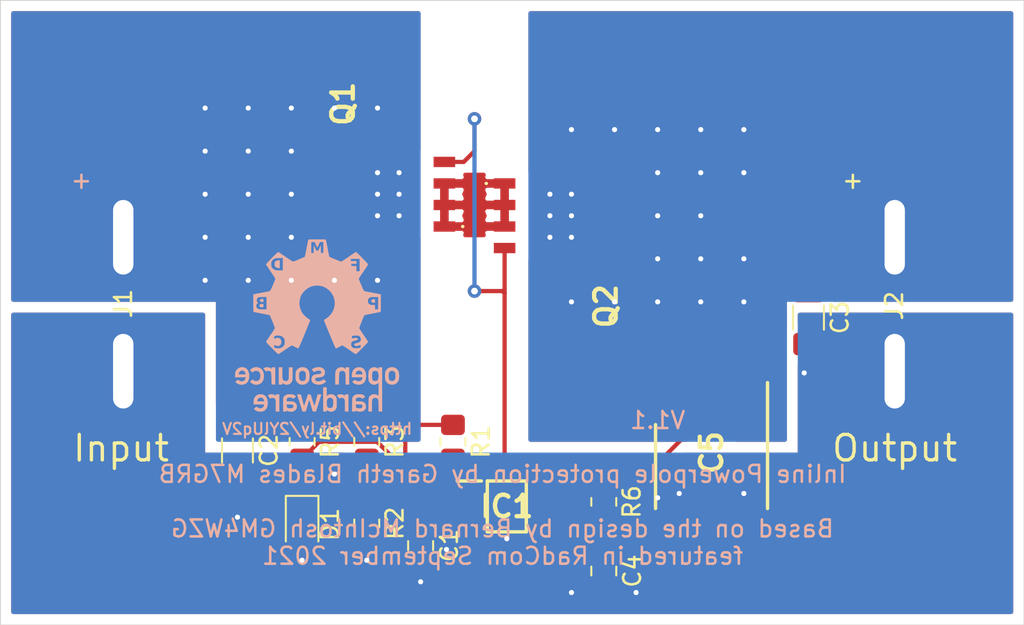
<source format=kicad_pcb>
(kicad_pcb (version 20211014) (generator pcbnew)
  (layers (0 "F.Cu" signal) (31 "B.Cu" signal) (34 "B.Paste" user) (35 "F.Paste" user) (36 "B.SilkS" user "B.Silkscreen") (37 "F.SilkS" user "F.Silkscreen") (38 "B.Mask" user) (39 "F.Mask" user) (44 "Edge.Cuts" user))
  (net 0 "")
  (net 1 "GND")
  (net 2 "Net-(C1-Pad1)")
  (net 3 "Net-(C2-Pad1)")
  (net 4 "Net-(C3-Pad1)")
  (net 5 "Net-(C4-Pad1)")
  (net 6 "Net-(IC1-Pad10)")
  (net 7 "Net-(IC1-Pad7)")
  (net 8 "Net-(IC1-Pad6)")
  (net 9 "Net-(IC1-Pad3)")
  (net 10 "Net-(Q1-Pad1)")
  (net 11 "Net-(D1-Pad1)")
  (footprint "Capacitor_SMD:C_0805_2012Metric_Pad1.18x1.45mm_HandSolder" (layer "F.Cu") (at 134.62 73.4275 -90)
    (fp_text reference "C1" (at 0 -1.68 90) (layer "F.SilkS"))
    (fp_text value "220nF")
    (pad "1" smd roundrect locked (at -1.0375 0 270) (size 1.175 1.45) (layers "F.Cu" "F.Paste" "F.Mask") (roundrect_rratio 0.2127659574) (net 2 "Net-(C1-Pad1)"))
    (pad "2" smd roundrect locked (at 1.0375 0 270) (size 1.175 1.45) (layers "F.Cu" "F.Paste" "F.Mask") (roundrect_rratio 0.2127659574) (net 1 "GND"))
  )
  (footprint "Capacitor_SMD:C_1206_3216Metric_Pad1.33x1.80mm_HandSolder" (layer "F.Cu") (at 123.825 67.818 -90)
    (fp_text reference "C2" (at 0 -1.85 90) (layer "F.SilkS"))
    (fp_text value "100nF")
    (pad "1" smd roundrect locked (at -1.5625 0 270) (size 1.325 1.8) (layers "F.Cu" "F.Paste" "F.Mask") (roundrect_rratio 0.1886784906) (net 3 "Net-(C2-Pad1)"))
    (pad "2" smd roundrect locked (at 1.5625 0 270) (size 1.325 1.8) (layers "F.Cu" "F.Paste" "F.Mask") (roundrect_rratio 0.1886784906) (net 1 "GND"))
  )
  (footprint "Capacitor_SMD:C_1206_3216Metric_Pad1.33x1.80mm_HandSolder" (layer "F.Cu") (at 157.48 59.9825 -90)
    (fp_text reference "C3" (at 0 -1.85 90) (layer "F.SilkS"))
    (fp_text value "100nF")
    (pad "1" smd roundrect locked (at -1.5625 0 270) (size 1.325 1.8) (layers "F.Cu" "F.Paste" "F.Mask") (roundrect_rratio 0.1886784906) (net 4 "Net-(C3-Pad1)"))
    (pad "2" smd roundrect locked (at 1.5625 0 270) (size 1.325 1.8) (layers "F.Cu" "F.Paste" "F.Mask") (roundrect_rratio 0.1886784906) (net 1 "GND"))
  )
  (footprint "Capacitor_SMD:C_0805_2012Metric_Pad1.18x1.45mm_HandSolder" (layer "F.Cu") (at 145.415 74.93 -90)
    (fp_text reference "C4" (at 0 -1.68 90) (layer "F.SilkS"))
    (fp_text value "1nF")
    (pad "1" smd roundrect locked (at -1.0375 0 270) (size 1.175 1.45) (layers "F.Cu" "F.Paste" "F.Mask") (roundrect_rratio 0.2127659574) (net 5 "Net-(C4-Pad1)"))
    (pad "2" smd roundrect locked (at 1.0375 0 270) (size 1.175 1.45) (layers "F.Cu" "F.Paste" "F.Mask") (roundrect_rratio 0.2127659574) (net 1 "GND"))
  )
  (footprint "SamacSys_Parts:CAPAE660X770N" (layer "F.Cu") (at 151.765 67.945 -90)
    (fp_text reference "C5" (at 0 0 90) (layer "F.SilkS") (effects (font (size 1.27 1.27) (thickness 0.254))))
    (fp_text value "100uF" hide)
    (pad "1" smd rect locked (at -2.55 0) (size 1.8 3.15) (layers "F.Cu" "F.Paste" "F.Mask") (net 4 "Net-(C3-Pad1)"))
    (pad "2" smd rect locked (at 2.55 0) (size 1.8 3.15) (layers "F.Cu" "F.Paste" "F.Mask") (net 1 "GND"))
  )
  (footprint "SamacSys_Parts:SOP50P490X110-10N" (layer "F.Cu") (at 139.7 71.12)
    (fp_text reference "IC1" (at 0 0) (layer "F.SilkS") (effects (font (size 1.27 1.27) (thickness 0.254))))
    (fp_text value "LTC4368IMS-2#PBF" hide)
    (pad "1" smd rect locked (at -2.212 -1 90) (size 0.3 1.425) (layers "F.Cu" "F.Paste" "F.Mask") (net 3 "Net-(C2-Pad1)"))
    (pad "2" smd rect locked (at -2.212 -0.5 90) (size 0.3 1.425) (layers "F.Cu" "F.Paste" "F.Mask") (net 11 "Net-(D1-Pad1)"))
    (pad "3" smd rect locked (at -2.212 0 90) (size 0.3 1.425) (layers "F.Cu" "F.Paste" "F.Mask") (net 9 "Net-(IC1-Pad3)"))
    (pad "4" smd rect locked (at -2.212 0.5 90) (size 0.3 1.425) (layers "F.Cu" "F.Paste" "F.Mask") (net 2 "Net-(C1-Pad1)"))
    (pad "5" smd rect locked (at -2.212 1 90) (size 0.3 1.425) (layers "F.Cu" "F.Paste" "F.Mask") (net 1 "GND"))
    (pad "6" smd rect locked (at 2.212 1 90) (size 0.3 1.425) (layers "F.Cu" "F.Paste" "F.Mask") (net 8 "Net-(IC1-Pad6)"))
    (pad "7" smd rect locked (at 2.212 0.5 90) (size 0.3 1.425) (layers "F.Cu" "F.Paste" "F.Mask") (net 7 "Net-(IC1-Pad7)"))
    (pad "8" smd rect locked (at 2.212 0 90) (size 0.3 1.425) (layers "F.Cu" "F.Paste" "F.Mask") (net 4 "Net-(C3-Pad1)"))
    (pad "9" smd rect locked (at 2.212 -0.5 90) (size 0.3 1.425) (layers "F.Cu" "F.Paste" "F.Mask") (net 4 "Net-(C3-Pad1)"))
    (pad "10" smd rect locked (at 2.212 -1 90) (size 0.3 1.425) (layers "F.Cu" "F.Paste" "F.Mask") (net 6 "Net-(IC1-Pad10)"))
  )
  (footprint "SamacSys_Parts:Anderson_powerpole_2w_90" (layer "F.Cu") (at 117.094 55.245 -90)
    (fp_text reference "J1" (at 3.9116 0 90) (layer "F.SilkS"))
    (fp_text value "Anderson_Powerpole_2w")
    (fp_text user "+" (at -3.302 2.54 90) (layer "B.SilkS") (effects (justify mirror)))
    (pad "1" thru_hole oval locked (at 0 0 270) (size 5.5 6) (drill oval 4.4 1.2) (layers *.Cu *.Mask) (net 3 "Net-(C2-Pad1)"))
    (pad "2" thru_hole oval locked (at 7.9 0 270) (size 5.5 6) (drill oval 4.4 1.2) (layers *.Cu *.Mask) (net 1 "GND"))
  )
  (footprint "SamacSys_Parts:Anderson_powerpole_2w_90" (layer "F.Cu") (at 162.56 55.245 -90)
    (fp_text reference "J2" (at 4.0386 0.0254 90) (layer "F.SilkS"))
    (fp_text value "Anderson_Powerpole_2w")
    (fp_text user "+" (at -3.302 2.54 90) (layer "F.SilkS"))
    (pad "1" thru_hole oval locked (at 0 0 270) (size 5.5 6) (drill oval 4.4 1.2) (layers *.Cu *.Mask) (net 4 "Net-(C3-Pad1)"))
    (pad "2" thru_hole oval locked (at 7.9 0 270) (size 5.5 6) (drill oval 4.4 1.2) (layers *.Cu *.Mask) (net 1 "GND"))
  )
  (footprint "SamacSys_Parts:PowerDI5060-8" (layer "F.Cu") (at 133.35 52.705 90)
    (fp_text reference "Q1" (at 5.334 -3.302 90) (layer "F.SilkS") (effects (font (size 1.27 1.27) (thickness 0.254))))
    (fp_text value "DMT6002LPS-13" hide)
    (pad "1" smd rect locked (at -1.905 2.67 90) (size 0.61 1.27) (layers "F.Cu" "F.Paste" "F.Mask") (net 10 "Net-(Q1-Pad1)"))
    (pad "1" smd rect locked (at -0.635 2.67 90) (size 0.61 1.27) (layers "F.Cu" "F.Paste" "F.Mask") (net 10 "Net-(Q1-Pad1)"))
    (pad "1" smd rect locked (at 0.635 2.67 90) (size 0.61 1.27) (layers "F.Cu" "F.Paste" "F.Mask") (net 10 "Net-(Q1-Pad1)"))
    (pad "2" smd rect locked (at 1.905 2.67 90) (size 0.61 1.27) (layers "F.Cu" "F.Paste" "F.Mask") (net 6 "Net-(IC1-Pad10)"))
    (pad "3" smd rect locked (at 0.635 -2.95 90) (size 0.61 0.71) (layers "F.Cu" "F.Paste" "F.Mask") (net 3 "Net-(C2-Pad1)"))
    (pad "3" smd rect locked (at 1.905 -2.95 90) (size 0.61 0.71) (layers "F.Cu" "F.Paste" "F.Mask") (net 3 "Net-(C2-Pad1)"))
    (pad "3" smd rect locked (at 0 -0.69 180) (size 3.81 3.91) (layers "F.Cu" "F.Paste" "F.Mask") (net 3 "Net-(C2-Pad1)"))
    (pad "3" smd rect locked (at -0.635 -2.95 90) (size 0.61 0.71) (layers "F.Cu" "F.Paste" "F.Mask") (net 3 "Net-(C2-Pad1)"))
    (pad "3" smd rect locked (at -1.905 -2.95 90) (size 0.61 0.71) (layers "F.Cu" "F.Paste" "F.Mask") (net 3 "Net-(C2-Pad1)"))
  )
  (footprint "SamacSys_Parts:PowerDI5060-8" (layer "F.Cu") (at 142.24 53.975 -90)
    (fp_text reference "Q2" (at 5.334 -3.302 90) (layer "F.SilkS") (effects (font (size 1.27 1.27) (thickness 0.254))))
    (fp_text value "DMT6002LPS-13" hide)
    (pad "1" smd rect locked (at -1.905 2.67 270) (size 0.61 1.27) (layers "F.Cu" "F.Paste" "F.Mask") (net 10 "Net-(Q1-Pad1)"))
    (pad "1" smd rect locked (at 0.635 2.67 270) (size 0.61 1.27) (layers "F.Cu" "F.Paste" "F.Mask") (net 10 "Net-(Q1-Pad1)"))
    (pad "1" smd rect locked (at -0.635 2.67 270) (size 0.61 1.27) (layers "F.Cu" "F.Paste" "F.Mask") (net 10 "Net-(Q1-Pad1)"))
    (pad "2" smd rect locked (at 1.905 2.67 270) (size 0.61 1.27) (layers "F.Cu" "F.Paste" "F.Mask") (net 6 "Net-(IC1-Pad10)"))
    (pad "3" smd rect locked (at -1.905 -2.95 270) (size 0.61 0.71) (layers "F.Cu" "F.Paste" "F.Mask") (net 4 "Net-(C3-Pad1)"))
    (pad "3" smd rect locked (at 0.635 -2.95 270) (size 0.61 0.71) (layers "F.Cu" "F.Paste" "F.Mask") (net 4 "Net-(C3-Pad1)"))
    (pad "3" smd rect locked (at 0 -0.69) (size 3.81 3.91) (layers "F.Cu" "F.Paste" "F.Mask") (net 4 "Net-(C3-Pad1)"))
    (pad "3" smd rect locked (at -0.635 -2.95 270) (size 0.61 0.71) (layers "F.Cu" "F.Paste" "F.Mask") (net 4 "Net-(C3-Pad1)"))
    (pad "3" smd rect locked (at 1.905 -2.95 270) (size 0.61 0.71) (layers "F.Cu" "F.Paste" "F.Mask") (net 4 "Net-(C3-Pad1)"))
  )
  (footprint "Resistor_SMD:R_0805_2012Metric_Pad1.20x1.40mm_HandSolder" (layer "F.Cu") (at 136.525 67.31 -90)
    (fp_text reference "R1" (at 0 -1.65 90) (layer "F.SilkS"))
    (fp_text value "100K")
    (pad "1" smd roundrect locked (at -1 0 270) (size 1.2 1.4) (layers "F.Cu" "F.Paste" "F.Mask") (roundrect_rratio 0.2083325) (net 3 "Net-(C2-Pad1)"))
    (pad "2" smd roundrect locked (at 1 0 270) (size 1.2 1.4) (layers "F.Cu" "F.Paste" "F.Mask") (roundrect_rratio 0.2083325) (net 8 "Net-(IC1-Pad6)"))
  )
  (footprint "Resistor_SMD:R_0805_2012Metric_Pad1.20x1.40mm_HandSolder" (layer "F.Cu") (at 131.445 67.31 -90)
    (fp_text reference "R3" (at 0 -1.65 90) (layer "F.SilkS"))
    (fp_text value "750K")
    (pad "1" smd roundrect locked (at -1 0 270) (size 1.2 1.4) (layers "F.Cu" "F.Paste" "F.Mask") (roundrect_rratio 0.2083325) (net 3 "Net-(C2-Pad1)"))
    (pad "2" smd roundrect locked (at 1 0 270) (size 1.2 1.4) (layers "F.Cu" "F.Paste" "F.Mask") (roundrect_rratio 0.2083325) (net 9 "Net-(IC1-Pad3)"))
  )
  (footprint "Resistor_SMD:R_0805_2012Metric_Pad1.20x1.40mm_HandSolder" (layer "F.Cu") (at 127.635 67.31 -90)
    (fp_text reference "R5" (at 0 -1.65 90) (layer "F.SilkS"))
    (fp_text value "1M3")
    (pad "1" smd roundrect locked (at -1 0 270) (size 1.2 1.4) (layers "F.Cu" "F.Paste" "F.Mask") (roundrect_rratio 0.2083325) (net 3 "Net-(C2-Pad1)"))
    (pad "2" smd roundrect locked (at 1 0 270) (size 1.2 1.4) (layers "F.Cu" "F.Paste" "F.Mask") (roundrect_rratio 0.2083325) (net 11 "Net-(D1-Pad1)"))
  )
  (footprint "Resistor_SMD:R_0805_2012Metric_Pad1.20x1.40mm_HandSolder" (layer "F.Cu") (at 145.415 70.85 -90)
    (fp_text reference "R6" (at 0 -1.65 90) (layer "F.SilkS"))
    (fp_text value "22K")
    (pad "1" smd roundrect locked (at -1 0 270) (size 1.2 1.4) (layers "F.Cu" "F.Paste" "F.Mask") (roundrect_rratio 0.2083325) (net 6 "Net-(IC1-Pad10)"))
    (pad "2" smd roundrect locked (at 1 0 270) (size 1.2 1.4) (layers "F.Cu" "F.Paste" "F.Mask") (roundrect_rratio 0.2083325) (net 5 "Net-(C4-Pad1)"))
  )
  (footprint "Diode_SMD:D_0805_2012Metric" (layer "F.Cu") (at 127.635 72.1845 -90)
    (fp_text reference "D1" (at 0 -1.65 90) (layer "F.SilkS"))
    (fp_text value "15V")
    (pad "1" smd roundrect locked (at -0.9375 0 270) (size 0.975 1.4) (layers "F.Cu" "F.Paste" "F.Mask") (net 11 "Net-(D1-Pad1)"))
    (pad "2" smd roundrect locked (at 0.9375 0 270) (size 0.975 1.4) (layers "F.Cu" "F.Paste" "F.Mask") (net 1 "GND"))
  )
  (footprint "Resistor_SMD:R_0805_2012Metric_Pad1.20x1.40mm_HandSolder" (layer "F.Cu") (at 131.445 72.12 -90)
    (fp_text reference "R2" (at 0 -1.65 90) (layer "F.SilkS"))
    (fp_text value "24K")
    (pad "1" smd roundrect locked (at -1 0 270) (size 1.2 1.4) (layers "F.Cu" "F.Paste" "F.Mask") (roundrect_rratio 0.208333) (net 9 "Net-(IC1-Pad3)"))
    (pad "2" smd roundrect locked (at 1 0 270) (size 1.2 1.4) (layers "F.Cu" "F.Paste" "F.Mask") (roundrect_rratio 0.208333) (net 1 "GND"))
  )
  (footprint "OpenSourceLogos:ohs-logo" (layer "B.Cu") (at 128.524 60.452 180)
    (fp_text reference "G***" hide)
    (fp_text value "LOGO" hide)
  )
  (gr_line (start 109.855 78.105) (end 109.855 41.275) (layer "Edge.Cuts") (width 0.05))
  (gr_line (start 170.18 41.275) (end 170.18 78.105) (layer "Edge.Cuts") (width 0.05))
  (gr_line (start 109.855 41.275) (end 170.18 41.275) (layer "Edge.Cuts") (width 0.05))
  (gr_line (start 170.18 78.105) (end 109.855 78.105) (layer "Edge.Cuts") (width 0.05))
  (gr_text "V1.1" (at 148.59 66.04) (layer "B.SilkS") (effects (font (size 1 1)) (justify mirror)))
  (gr_text "Inline Powerpole protection by Gareth Blades M7GRB\n\nBased on the design by Bernard McIntosh GM4WZG\nfeatured in RadCom September 2021" (at 139.446 71.628) (layer "B.SilkS") (effects (font (size 1 1)) (justify mirror)))
  (gr_text "https://bit.ly/2YlUq2V" (at 128.524 66.548) (layer "B.SilkS") (effects (font (size 0.65 0.65) (thickness 0.125)) (justify mirror)))
  (gr_text "Output" (at 162.56 67.691) (layer "F.SilkS") (effects (font (size 1.5 1.5) (thickness 0.2))))
  (gr_text "Input" (at 116.967 67.691) (layer "F.SilkS") (effects (font (size 1.5 1.5) (thickness 0.2))))
  (segment (start 136.144 72.516498) (end 136.144 73.66) (width 0.25) (layer "F.Cu") (net 1))
  (segment (start 136.540498 72.12) (end 136.144 72.516498) (width 0.25) (layer "F.Cu") (net 1))
  (segment (start 137.488 72.12) (end 136.540498 72.12) (width 0.25) (layer "F.Cu") (net 1))
  (via (at 131.445 74.295) (size 0.5) (drill 0.3) (layers "F.Cu" "B.Cu") (net 1))
  (via (at 127.635 74.295) (size 0.5) (drill 0.3) (layers "F.Cu" "B.Cu") (net 1))
  (via (at 134.62 75.565) (size 0.5) (drill 0.3) (layers "F.Cu" "B.Cu") (net 1))
  (via (at 136.144 73.66) (size 0.5) (drill 0.3) (layers "F.Cu" "B.Cu") (net 1))
  (via (at 143.51 76.2) (size 0.5) (drill 0.3) (layers "F.Cu" "B.Cu") (net 1))
  (via (at 147.32 76.2) (size 0.5) (drill 0.3) (layers "F.Cu" "B.Cu") (net 1))
  (via (at 123.825 71.755) (size 0.5) (drill 0.3) (layers "F.Cu" "B.Cu") (net 1))
  (via (at 149.86 70.358) (size 0.5) (drill 0.3) (layers "F.Cu" "B.Cu") (net 1))
  (via (at 153.67 70.358) (size 0.5) (drill 0.3) (layers "F.Cu" "B.Cu") (net 1))
  (via (at 157.226 63.246) (size 0.5) (drill 0.3) (layers "F.Cu" "B.Cu") (net 1))
  (via (at 129.54 69.215) (size 0.5) (drill 0.3) (layers "F.Cu" "B.Cu") (net 1))
  (via (at 139.7 73.025) (size 0.5) (drill 0.3) (layers "F.Cu" "B.Cu") (net 1))
  (via (at 148.59 70.612) (size 0.5) (drill 0.3) (layers "F.Cu" "B.Cu") (net 1))
  (segment (start 135.39 71.62) (end 134.62 72.39) (width 0.25) (layer "F.Cu") (net 2))
  (segment (start 137.488 71.62) (end 135.39 71.62) (width 0.25) (layer "F.Cu") (net 2))
  (segment (start 137.488 70.12) (end 135.5046 70.12) (width 0.25) (layer "F.Cu") (net 3))
  (segment (start 128.397 54.61) (end 117.729 54.61) (width 0.25) (layer "F.Cu") (net 3))
  (segment (start 128.397 54.61) (end 130.4 54.61) (width 0.25) (layer "F.Cu") (net 3))
  (segment (start 128.397 52.197) (end 128.397 54.61) (width 0.25) (layer "F.Cu") (net 3))
  (segment (start 133.715 66.31) (end 136.525 66.31) (width 0.25) (layer "F.Cu") (net 3))
  (segment (start 130.4 52.07) (end 128.524 52.07) (width 0.25) (layer "F.Cu") (net 3))
  (segment (start 133.715 68.3304) (end 133.715 66.31) (width 0.25) (layer "F.Cu") (net 3))
  (segment (start 130.4 53.34) (end 128.524 53.34) (width 0.25) (layer "F.Cu") (net 3))
  (segment (start 117.729 54.61) (end 117.094 55.245) (width 0.25) (layer "F.Cu") (net 3))
  (segment (start 130.4 50.8) (end 128.397 50.8) (width 0.25) (layer "F.Cu") (net 3))
  (segment (start 131.6946 66.31) (end 131.445 66.31) (width 0.25) (layer "F.Cu") (net 3))
  (segment (start 128.524 52.07) (end 128.397 52.197) (width 0.25) (layer "F.Cu") (net 3))
  (segment (start 131.445 66.31) (end 133.715 66.31) (width 0.25) (layer "F.Cu") (net 3))
  (segment (start 135.5046 70.12) (end 133.715 68.3304) (width 0.25) (layer "F.Cu") (net 3))
  (segment (start 128.397 50.8) (end 128.397 52.197) (width 0.25) (layer "F.Cu") (net 3))
  (via (at 124.46 47.625) (size 0.5) (drill 0.3) (layers "F.Cu" "B.Cu") (net 3))
  (via (at 127 47.625) (size 0.5) (drill 0.3) (layers "F.Cu" "B.Cu") (net 3))
  (via (at 129.54 47.625) (size 0.5) (drill 0.3) (layers "F.Cu" "B.Cu") (net 3))
  (via (at 132.08 47.625) (size 0.5) (drill 0.3) (layers "F.Cu" "B.Cu") (net 3))
  (via (at 121.92 50.165) (size 0.5) (drill 0.3) (layers "F.Cu" "B.Cu") (net 3))
  (via (at 124.46 50.165) (size 0.5) (drill 0.3) (layers "F.Cu" "B.Cu") (net 3))
  (via (at 127 50.165) (size 0.5) (drill 0.3) (layers "F.Cu" "B.Cu") (net 3))
  (via (at 121.92 52.705) (size 0.5) (drill 0.3) (layers "F.Cu" "B.Cu") (net 3))
  (via (at 124.46 52.705) (size 0.5) (drill 0.3) (layers "F.Cu" "B.Cu") (net 3))
  (via (at 127 52.705) (size 0.5) (drill 0.3) (layers "F.Cu" "B.Cu") (net 3))
  (via (at 132.08 52.705) (size 0.5) (drill 0.3) (layers "F.Cu" "B.Cu") (net 3))
  (via (at 121.92 55.245) (size 0.5) (drill 0.3) (layers "F.Cu" "B.Cu") (net 3))
  (via (at 124.46 55.245) (size 0.5) (drill 0.3) (layers "F.Cu" "B.Cu") (net 3))
  (via (at 127 55.245) (size 0.5) (drill 0.3) (layers "F.Cu" "B.Cu") (net 3))
  (via (at 121.92 57.785) (size 0.5) (drill 0.3) (layers "F.Cu" "B.Cu") (net 3))
  (via (at 124.46 57.785) (size 0.5) (drill 0.3) (layers "F.Cu" "B.Cu") (net 3))
  (via (at 127 57.785) (size 0.5) (drill 0.3) (layers "F.Cu" "B.Cu") (net 3))
  (via (at 129.54 57.785) (size 0.5) (drill 0.3) (layers "F.Cu" "B.Cu") (net 3))
  (via (at 132.08 57.785) (size 0.5) (drill 0.3) (layers "F.Cu" "B.Cu") (net 3))
  (via (at 132.08 51.435) (size 0.5) (drill 0.3) (layers "F.Cu" "B.Cu") (net 3))
  (via (at 132.08 53.975) (size 0.5) (drill 0.3) (layers "F.Cu" "B.Cu") (net 3))
  (via (at 133.35 51.435) (size 0.5) (drill 0.3) (layers "F.Cu" "B.Cu") (net 3))
  (via (at 133.35 52.705) (size 0.5) (drill 0.3) (layers "F.Cu" "B.Cu") (net 3))
  (via (at 133.35 53.975) (size 0.5) (drill 0.3) (layers "F.Cu" "B.Cu") (net 3))
  (via (at 121.92 47.625) (size 0.5) (drill 0.3) (layers "F.Cu" "B.Cu") (net 3))
  (segment (start 161.925 54.61) (end 162.56 55.245) (width 0.25) (layer "F.Cu") (net 4))
  (segment (start 145.83201 70.77501) (end 146.38499 70.77501) (width 0.25) (layer "F.Cu") (net 4))
  (segment (start 146.812 54.61) (end 146.812 56.007) (width 0.25) (layer "F.Cu") (net 4))
  (segment (start 144.288 70.612) (end 144.56381 70.612) (width 0.25) (layer "F.Cu") (net 4))
  (segment (start 145.19 54.61) (end 146.812 54.61) (width 0.25) (layer "F.Cu") (net 4))
  (segment (start 146.685 53.34) (end 146.812 53.467) (width 0.25) (layer "F.Cu") (net 4))
  (segment (start 144.56381 70.612) (end 144.72682 70.77501) (width 0.25) (layer "F.Cu") (net 4))
  (segment (start 141.912 71.12) (end 144.526 71.12) (width 0.25) (layer "F.Cu") (net 4))
  (segment (start 146.812 54.61) (end 161.925 54.61) (width 0.25) (layer "F.Cu") (net 4))
  (segment (start 146.38499 70.77501) (end 151.765 65.395) (width 0.25) (layer "F.Cu") (net 4))
  (segment (start 144.526 71.12) (end 144.87099 70.77501) (width 0.25) (layer "F.Cu") (net 4))
  (segment (start 146.685 55.88) (end 145.19 55.88) (width 0.25) (layer "F.Cu") (net 4))
  (segment (start 145.19 53.34) (end 146.685 53.34) (width 0.25) (layer "F.Cu") (net 4))
  (segment (start 144.28 70.62) (end 144.288 70.612) (width 0.25) (layer "F.Cu") (net 4))
  (segment (start 144.72682 70.77501) (end 145.83201 70.77501) (width 0.25) (layer "F.Cu") (net 4))
  (segment (start 144.87099 70.77501) (end 145.83201 70.77501) (width 0.25) (layer "F.Cu") (net 4))
  (segment (start 145.19 52.07) (end 146.812 52.07) (width 0.25) (layer "F.Cu") (net 4))
  (segment (start 146.812 56.007) (end 146.685 55.88) (width 0.25) (layer "F.Cu") (net 4))
  (segment (start 146.812 53.467) (end 146.812 54.61) (width 0.25) (layer "F.Cu") (net 4))
  (segment (start 146.812 52.07) (end 146.812 53.467) (width 0.25) (layer "F.Cu") (net 4))
  (segment (start 141.912 70.62) (end 144.28 70.62) (width 0.25) (layer "F.Cu") (net 4))
  (via (at 143.51 48.895) (size 0.5) (drill 0.3) (layers "F.Cu" "B.Cu") (net 4))
  (via (at 146.05 48.895) (size 0.5) (drill 0.3) (layers "F.Cu" "B.Cu") (net 4))
  (via (at 148.59 48.895) (size 0.5) (drill 0.3) (layers "F.Cu" "B.Cu") (net 4))
  (via (at 151.13 48.895) (size 0.5) (drill 0.3) (layers "F.Cu" "B.Cu") (net 4))
  (via (at 153.67 48.895) (size 0.5) (drill 0.3) (layers "F.Cu" "B.Cu") (net 4))
  (via (at 148.59 51.435) (size 0.5) (drill 0.3) (layers "F.Cu" "B.Cu") (net 4))
  (via (at 151.13 51.435) (size 0.5) (drill 0.3) (layers "F.Cu" "B.Cu") (net 4))
  (via (at 153.67 51.435) (size 0.5) (drill 0.3) (layers "F.Cu" "B.Cu") (net 4))
  (via (at 148.59 53.975) (size 0.5) (drill 0.3) (layers "F.Cu" "B.Cu") (net 4))
  (via (at 151.13 53.975) (size 0.5) (drill 0.3) (layers "F.Cu" "B.Cu") (net 4))
  (via (at 148.59 56.515) (size 0.5) (drill 0.3) (layers "F.Cu" "B.Cu") (net 4))
  (via (at 151.13 56.515) (size 0.5) (drill 0.3) (layers "F.Cu" "B.Cu") (net 4))
  (via (at 153.67 56.515) (size 0.5) (drill 0.3) (layers "F.Cu" "B.Cu") (net 4))
  (via (at 143.51 59.055) (size 0.5) (drill 0.3) (layers "F.Cu" "B.Cu") (net 4))
  (via (at 146.05 59.055) (size 0.5) (drill 0.3) (layers "F.Cu" "B.Cu") (net 4))
  (via (at 148.59 59.055) (size 0.5) (drill 0.3) (layers "F.Cu" "B.Cu") (net 4))
  (via (at 151.13 59.055) (size 0.5) (drill 0.3) (layers "F.Cu" "B.Cu") (net 4))
  (via (at 153.67 59.055) (size 0.5) (drill 0.3) (layers "F.Cu" "B.Cu") (net 4))
  (via (at 143.51 53.975) (size 0.5) (drill 0.3) (layers "F.Cu" "B.Cu") (net 4))
  (via (at 143.51 52.705) (size 0.5) (drill 0.3) (layers "F.Cu" "B.Cu") (net 4))
  (via (at 143.51 55.245) (size 0.5) (drill 0.3) (layers "F.Cu" "B.Cu") (net 4))
  (via (at 142.24 55.245) (size 0.5) (drill 0.3) (layers "F.Cu" "B.Cu") (net 4))
  (via (at 142.24 53.975) (size 0.5) (drill 0.3) (layers "F.Cu" "B.Cu") (net 4))
  (via (at 142.24 52.705) (size 0.5) (drill 0.3) (layers "F.Cu" "B.Cu") (net 4))
  (segment (start 145.415 71.85) (end 145.415 73.8925) (width 0.25) (layer "F.Cu") (net 5))
  (segment (start 139.44 58.42) (end 139.57 58.55) (width 0.25) (layer "F.Cu") (net 6))
  (segment (start 143.1445 69.85) (end 145.415 69.85) (width 0.25) (layer "F.Cu") (net 6))
  (segment (start 139.97 70.12) (end 141.912 70.12) (width 0.25) (layer "F.Cu") (net 6))
  (segment (start 139.57 55.88) (end 139.57 58.55) (width 0.25) (layer "F.Cu") (net 6))
  (segment (start 139.57 69.72) (end 139.97 70.12) (width 0.25) (layer "F.Cu") (net 6))
  (segment (start 137.795 50.165) (end 137.795 48.26) (width 0.25) (layer "F.Cu") (net 6))
  (segment (start 141.912 70.12) (end 142.8745 70.12) (width 0.25) (layer "F.Cu") (net 6))
  (segment (start 136.02 50.8) (end 137.16 50.8) (width 0.25) (layer "F.Cu") (net 6))
  (segment (start 139.57 58.55) (end 139.57 69.72) (width 0.25) (layer "F.Cu") (net 6))
  (segment (start 137.795 58.42) (end 139.44 58.42) (width 0.25) (layer "F.Cu") (net 6))
  (segment (start 137.16 50.8) (end 137.795 50.165) (width 0.25) (layer "F.Cu") (net 6))
  (segment (start 142.8745 70.12) (end 143.1445 69.85) (width 0.25) (layer "F.Cu") (net 6))
  (via (at 137.795 58.42) (size 0.8) (drill 0.4) (layers "F.Cu" "B.Cu") (net 6))
  (via (at 137.795 48.26) (size 0.8) (drill 0.4) (layers "F.Cu" "B.Cu") (net 6))
  (segment (start 137.795 48.26) (end 137.795 58.42) (width 0.25) (layer "B.Cu") (net 6))
  (segment (start 141.912 72.12) (end 140.9495 72.12) (width 0.25) (layer "F.Cu") (net 8))
  (segment (start 140.9495 72.12) (end 137.1395 68.31) (width 0.25) (layer "F.Cu") (net 8))
  (segment (start 137.1395 68.31) (end 136.525 68.31) (width 0.25) (layer "F.Cu") (net 8))
  (segment (start 134.255 71.12) (end 131.445 68.31) (width 0.25) (layer "F.Cu") (net 9))
  (segment (start 137.488 71.12) (end 134.255 71.12) (width 0.25) (layer "F.Cu") (net 9))
  (segment (start 131.445 68.31) (end 131.445 71.12) (width 0.25) (layer "F.Cu") (net 9))
  (segment (start 132.715 67.96681) (end 132.715 68.58) (width 0.25) (layer "F.Cu") (net 11))
  (segment (start 128.635 67.31) (end 132.05819 67.31) (width 0.25) (layer "F.Cu") (net 11))
  (segment (start 127.635 68.31) (end 127.635 71.12) (width 0.25) (layer "F.Cu") (net 11))
  (segment (start 132.05819 67.31) (end 132.715 67.96681) (width 0.25) (layer "F.Cu") (net 11))
  (segment (start 127.635 68.31) (end 128.635 67.31) (width 0.25) (layer "F.Cu") (net 11))
  (segment (start 132.715 68.58) (end 134.755 70.62) (width 0.25) (layer "F.Cu") (net 11))
  (segment (start 134.755 70.62) (end 137.488 70.62) (width 0.25) (layer "F.Cu") (net 11))
  (zone (net 1) (net_name "GND") (layer "F.Cu") (connect_pads (clearance 0.508)) (min_thickness 0.254) (fill yes (thermal_gap 0.508) (thermal_bridge_width 0.508))
    (polygon (pts (xy 121.92 67.945) (xy 156.845 67.945) (xy 156.845 59.69) (xy 169.545 59.69) (xy 169.545 77.47) (xy 110.49 77.47) (xy 110.49 59.69) (xy 121.92 59.69)))
  )
  (zone (net 4) (net_name "Net-(C3-Pad1)") (layer "F.Cu") (connect_pads (clearance 0.508)) (min_thickness 0.254) (fill yes (thermal_gap 0.508) (thermal_bridge_width 0.508))
    (polygon (pts (xy 169.545 59.055) (xy 156.21 59.055) (xy 156.21 67.31) (xy 140.97 67.31) (xy 140.97 41.91) (xy 169.545 41.91)))
  )
  (zone (net 10) (net_name "Net-(Q1-Pad1)") (layer "F.Cu") (connect_pads (clearance 0.508)) (min_thickness 0.254) (fill yes (thermal_gap 0.508) (thermal_bridge_width 0.508))
    (polygon (pts (xy 140.335 55.245) (xy 135.255 55.245) (xy 135.255 51.435) (xy 140.335 51.435)))
  )
  (zone (net 3) (net_name "Net-(C2-Pad1)") (layer "F.Cu") (connect_pads (clearance 0.508)) (min_thickness 0.254) (fill yes (thermal_gap 0.508) (thermal_bridge_width 0.508))
    (polygon (pts (xy 134.62 67.31) (xy 122.555 67.31) (xy 122.555 59.055) (xy 110.49 59.055) (xy 110.49 41.91) (xy 134.62 41.91)))
  )
  (zone (net 1) (net_name "GND") (layer "B.Cu") (connect_pads (clearance 0.508)) (min_thickness 0.254) (fill yes (thermal_gap 0.508) (thermal_bridge_width 0.508))
    (polygon (pts (xy 121.92 67.945) (xy 156.845 67.945) (xy 156.845 59.69) (xy 169.545 59.69) (xy 169.545 77.47) (xy 110.49 77.47) (xy 110.49 59.69) (xy 121.92 59.69)))
  )
  (zone (net 3) (net_name "Net-(C2-Pad1)") (layer "B.Cu") (connect_pads (clearance 0.508)) (min_thickness 0.254) (fill yes (thermal_gap 0.508) (thermal_bridge_width 0.508))
    (polygon (pts (xy 134.62 67.31) (xy 122.555 67.31) (xy 122.555 59.055) (xy 110.49 59.055) (xy 110.49 41.91) (xy 134.62 41.91)))
  )
  (zone (net 4) (net_name "Net-(C3-Pad1)") (layer "B.Cu") (connect_pads (clearance 0.508)) (min_thickness 0.254) (fill yes (thermal_gap 0.508) (thermal_bridge_width 0.508))
    (polygon (pts (xy 169.545 59.055) (xy 156.21 59.055) (xy 156.21 67.31) (xy 140.97 67.31) (xy 140.97 41.91) (xy 169.545 41.91)))
  )
)
</source>
